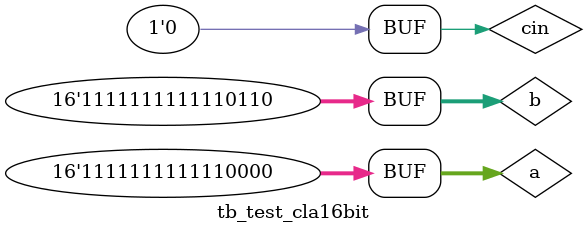
<source format=v>
`timescale 1ns/1ns

module pgu (a, b, p, g);                                                                         // p, g ?? 
 input [15:0] a, b;
 output [15:0] p, g;

 assign p[15:0] = a[15:0] ^ b[15:0];
 assign g[15:0] = a[15:0] & b[15:0];

endmodule

module BCLU (p, g, cin, ps, gs, cout);                                                           // 4bit? ps, gs ?? ? ?? ??.
 input [3:0] p, g;
 input cin;
 output ps, gs;
 output [2:0] cout;
 
 wire c0, c1, c2;
 
 assign c0 = g[0] | ( p[0] & cin );
 assign c1 = g[1] | ( p[1] & g[0] ) | ( p[1] & p[0] & cin);
 assign c2 = g[2] | ( p[2] & g[1] ) | ( p[2] & p[1] & p[0] & cin);

 assign cout = {c2, c1, c0};                                                                     // ??? ?? 3bit? ??? ??.

 assign gs = g[3] | ( p[3] & g[2] ) | ( p[3] & p[2] & g[1] ) | ( p[3] & p[2] & p[1] & g[0] );
 assign ps = p[3] & p[2] & p[1] & p[0];

endmodule

module CLU (ps, gs, cin, cout);                                                                  // 4bit? ??? ??? ?? ??? ?? ?? ??.
 input ps, gs, cin;
 output cout;
 
  assign cout = gs | (ps & cin) ;

endmodule

module SU(c, p, s);                                                                              // c? p? ???? xor???? sum ??.
 input [15:0] c, p;
 output [15:0]s;

 assign s[15:0] = p[15:0] ^ c[15:0];

endmodule


module cla_16bit (a, b, cin, s, cout);                                                           // 16bit cla ??. 
 input [15:0] a, b;
 input cin;
 output [15:0] s;
 output cout;

 wire [15:0] p, g, c, c1;                                                                        // SU???? ??? c1? ??. 
 wire [3:0] ps, gs;
  
 pgu pgu0(a[15:0], b[15:0], p[15:0], g[15:0]);                                                   //p, g ?? 

 BCLU bclu0(p[3:0], g[3:0], cin, ps[0], gs[0], c[2:0]);                                          //ps, gs, c ??.
 BCLU bclu1(p[7:4], g[7:4], c[3], ps[1], gs[1], c[6:4]);
 BCLU bclu2(p[11:8], g[11:8], c[7], ps[2], gs[2], c[10:8]);
 BCLU bclu3(p[15:12], g[15:12], c[11], ps[3], gs[3], c[14:12]);

 CLU clu0(ps[0], gs[0], cin, c[3]);                                                              //?? ??.
 CLU clu1(ps[1], gs[1], c[3], c[7]);
 CLU clu2(ps[2], gs[2], c[7], c[11]);
 CLU clu3(ps[3], gs[3], c[11], cout);

 assign c1[15:0] = {c[14:0], cin};                                                               //SU ???? ??? 16bit? c? LSB? cin? ????? ????? ??? 15bit? MSB?? ???? LSB? cin ??.

 SU su0(c1[15:0], p[15:0], s[15:0]);                                                             //?? ??.
 
endmodule


module tb_test_cla16bit ();                                                                      //testbench ??. 
reg [15:0] a,b;
reg cin;
wire [15:0] s;
wire cout;

cla_16bit clatest(a, b, cin, s, cout);

initial begin                                                                                    //16bit rca? ?? ??? ?????.
 a= 16'b0000000000000000; b= 16'b0000000000000001; cin = 0;
 #10
 a= 16'b0100011100000010; b= 16'b0010010011110001;
 #10
 a= 16'b1000001010000000; b= 16'b0110001010000011;
 #10
 a= 16'b0111111111111111; b= 16'b0000000000000001;
 #10
 a= 16'b1000100011110110; b= 16'b1000000011011100;
 #10
 a= 16'b1111111111110000; b= 16'b1111111111110110;
end

endmodule

</source>
